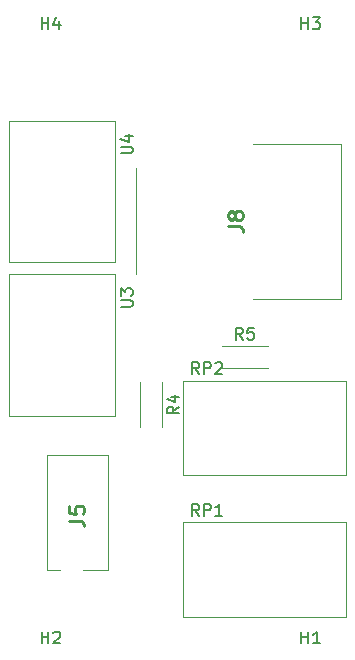
<source format=gbr>
%TF.GenerationSoftware,KiCad,Pcbnew,(5.1.6-0-10_14)*%
%TF.CreationDate,2020-08-18T03:36:25-05:00*%
%TF.ProjectId,Remote,52656d6f-7465-42e6-9b69-6361645f7063,rev?*%
%TF.SameCoordinates,Original*%
%TF.FileFunction,Legend,Top*%
%TF.FilePolarity,Positive*%
%FSLAX46Y46*%
G04 Gerber Fmt 4.6, Leading zero omitted, Abs format (unit mm)*
G04 Created by KiCad (PCBNEW (5.1.6-0-10_14)) date 2020-08-18 03:36:25*
%MOMM*%
%LPD*%
G01*
G04 APERTURE LIST*
%ADD10C,0.120000*%
%ADD11C,0.100000*%
%ADD12C,0.150000*%
%ADD13C,0.254000*%
G04 APERTURE END LIST*
D10*
%TO.C,U4*%
X122536000Y-102052000D02*
X131536000Y-102052000D01*
X122536000Y-114052000D02*
X122536000Y-102052000D01*
X131536000Y-114052000D02*
X122536000Y-114052000D01*
X131536000Y-102052000D02*
X131536000Y-114052000D01*
%TO.C,U3*%
X122536000Y-115052000D02*
X131536000Y-115052000D01*
X122536000Y-127052000D02*
X122536000Y-115052000D01*
X131536000Y-127052000D02*
X122536000Y-127052000D01*
X131536000Y-115052000D02*
X131536000Y-127052000D01*
%TO.C,RP2*%
X137286000Y-132052000D02*
X137536000Y-132052000D01*
X137286000Y-124052000D02*
X137286000Y-132052000D01*
X151036000Y-132052000D02*
X137536000Y-132052000D01*
X151036000Y-124052000D02*
X151036000Y-132052000D01*
X137286000Y-124052000D02*
X151036000Y-124052000D01*
%TO.C,RP1*%
X137286000Y-144052000D02*
X137536000Y-144052000D01*
X137286000Y-136052000D02*
X137286000Y-144052000D01*
X151036000Y-144052000D02*
X137536000Y-144052000D01*
X151036000Y-136052000D02*
X151036000Y-144052000D01*
X137286000Y-136052000D02*
X151036000Y-136052000D01*
D11*
%TO.C,J8*%
X133246000Y-115052000D02*
X133246000Y-106052000D01*
X150646000Y-103982000D02*
X143146000Y-103982000D01*
X150646000Y-117122000D02*
X150646000Y-103982000D01*
X143146000Y-117122000D02*
X150646000Y-117122000D01*
%TO.C,J5*%
X130906000Y-140077000D02*
X128806000Y-140077000D01*
X130906000Y-130377000D02*
X130906000Y-140077000D01*
X125706000Y-130377000D02*
X130906000Y-130377000D01*
X125706000Y-140077000D02*
X125706000Y-130377000D01*
X125806000Y-140077000D02*
X125706000Y-140077000D01*
X126806000Y-140077000D02*
X125806000Y-140077000D01*
D10*
%TO.C,R5*%
X140576000Y-121132000D02*
X144416000Y-121132000D01*
X140576000Y-122972000D02*
X144416000Y-122972000D01*
%TO.C,R4*%
X135456000Y-124172000D02*
X135456000Y-128012000D01*
X133616000Y-124172000D02*
X133616000Y-128012000D01*
%TO.C,U4*%
D12*
X131988380Y-104813904D02*
X132797904Y-104813904D01*
X132893142Y-104766285D01*
X132940761Y-104718666D01*
X132988380Y-104623428D01*
X132988380Y-104432952D01*
X132940761Y-104337714D01*
X132893142Y-104290095D01*
X132797904Y-104242476D01*
X131988380Y-104242476D01*
X132321714Y-103337714D02*
X132988380Y-103337714D01*
X131940761Y-103575809D02*
X132655047Y-103813904D01*
X132655047Y-103194857D01*
%TO.C,H4*%
X125274095Y-94304380D02*
X125274095Y-93304380D01*
X125274095Y-93780571D02*
X125845523Y-93780571D01*
X125845523Y-94304380D02*
X125845523Y-93304380D01*
X126750285Y-93637714D02*
X126750285Y-94304380D01*
X126512190Y-93256761D02*
X126274095Y-93971047D01*
X126893142Y-93971047D01*
%TO.C,H3*%
X147274095Y-94304380D02*
X147274095Y-93304380D01*
X147274095Y-93780571D02*
X147845523Y-93780571D01*
X147845523Y-94304380D02*
X147845523Y-93304380D01*
X148226476Y-93304380D02*
X148845523Y-93304380D01*
X148512190Y-93685333D01*
X148655047Y-93685333D01*
X148750285Y-93732952D01*
X148797904Y-93780571D01*
X148845523Y-93875809D01*
X148845523Y-94113904D01*
X148797904Y-94209142D01*
X148750285Y-94256761D01*
X148655047Y-94304380D01*
X148369333Y-94304380D01*
X148274095Y-94256761D01*
X148226476Y-94209142D01*
%TO.C,H2*%
X125274095Y-146304380D02*
X125274095Y-145304380D01*
X125274095Y-145780571D02*
X125845523Y-145780571D01*
X125845523Y-146304380D02*
X125845523Y-145304380D01*
X126274095Y-145399619D02*
X126321714Y-145352000D01*
X126416952Y-145304380D01*
X126655047Y-145304380D01*
X126750285Y-145352000D01*
X126797904Y-145399619D01*
X126845523Y-145494857D01*
X126845523Y-145590095D01*
X126797904Y-145732952D01*
X126226476Y-146304380D01*
X126845523Y-146304380D01*
%TO.C,H1*%
X147274095Y-146304380D02*
X147274095Y-145304380D01*
X147274095Y-145780571D02*
X147845523Y-145780571D01*
X147845523Y-146304380D02*
X147845523Y-145304380D01*
X148845523Y-146304380D02*
X148274095Y-146304380D01*
X148559809Y-146304380D02*
X148559809Y-145304380D01*
X148464571Y-145447238D01*
X148369333Y-145542476D01*
X148274095Y-145590095D01*
%TO.C,U3*%
X131988380Y-117813904D02*
X132797904Y-117813904D01*
X132893142Y-117766285D01*
X132940761Y-117718666D01*
X132988380Y-117623428D01*
X132988380Y-117432952D01*
X132940761Y-117337714D01*
X132893142Y-117290095D01*
X132797904Y-117242476D01*
X131988380Y-117242476D01*
X131988380Y-116861523D02*
X131988380Y-116242476D01*
X132369333Y-116575809D01*
X132369333Y-116432952D01*
X132416952Y-116337714D01*
X132464571Y-116290095D01*
X132559809Y-116242476D01*
X132797904Y-116242476D01*
X132893142Y-116290095D01*
X132940761Y-116337714D01*
X132988380Y-116432952D01*
X132988380Y-116718666D01*
X132940761Y-116813904D01*
X132893142Y-116861523D01*
%TO.C,RP2*%
X138619333Y-123504380D02*
X138286000Y-123028190D01*
X138047904Y-123504380D02*
X138047904Y-122504380D01*
X138428857Y-122504380D01*
X138524095Y-122552000D01*
X138571714Y-122599619D01*
X138619333Y-122694857D01*
X138619333Y-122837714D01*
X138571714Y-122932952D01*
X138524095Y-122980571D01*
X138428857Y-123028190D01*
X138047904Y-123028190D01*
X139047904Y-123504380D02*
X139047904Y-122504380D01*
X139428857Y-122504380D01*
X139524095Y-122552000D01*
X139571714Y-122599619D01*
X139619333Y-122694857D01*
X139619333Y-122837714D01*
X139571714Y-122932952D01*
X139524095Y-122980571D01*
X139428857Y-123028190D01*
X139047904Y-123028190D01*
X140000285Y-122599619D02*
X140047904Y-122552000D01*
X140143142Y-122504380D01*
X140381238Y-122504380D01*
X140476476Y-122552000D01*
X140524095Y-122599619D01*
X140571714Y-122694857D01*
X140571714Y-122790095D01*
X140524095Y-122932952D01*
X139952666Y-123504380D01*
X140571714Y-123504380D01*
%TO.C,RP1*%
X138619333Y-135504380D02*
X138286000Y-135028190D01*
X138047904Y-135504380D02*
X138047904Y-134504380D01*
X138428857Y-134504380D01*
X138524095Y-134552000D01*
X138571714Y-134599619D01*
X138619333Y-134694857D01*
X138619333Y-134837714D01*
X138571714Y-134932952D01*
X138524095Y-134980571D01*
X138428857Y-135028190D01*
X138047904Y-135028190D01*
X139047904Y-135504380D02*
X139047904Y-134504380D01*
X139428857Y-134504380D01*
X139524095Y-134552000D01*
X139571714Y-134599619D01*
X139619333Y-134694857D01*
X139619333Y-134837714D01*
X139571714Y-134932952D01*
X139524095Y-134980571D01*
X139428857Y-135028190D01*
X139047904Y-135028190D01*
X140571714Y-135504380D02*
X140000285Y-135504380D01*
X140286000Y-135504380D02*
X140286000Y-134504380D01*
X140190761Y-134647238D01*
X140095523Y-134742476D01*
X140000285Y-134790095D01*
%TO.C,J8*%
D13*
X141078523Y-110975333D02*
X141985666Y-110975333D01*
X142167095Y-111035809D01*
X142288047Y-111156761D01*
X142348523Y-111338190D01*
X142348523Y-111459142D01*
X141622809Y-110189142D02*
X141562333Y-110310095D01*
X141501857Y-110370571D01*
X141380904Y-110431047D01*
X141320428Y-110431047D01*
X141199476Y-110370571D01*
X141139000Y-110310095D01*
X141078523Y-110189142D01*
X141078523Y-109947238D01*
X141139000Y-109826285D01*
X141199476Y-109765809D01*
X141320428Y-109705333D01*
X141380904Y-109705333D01*
X141501857Y-109765809D01*
X141562333Y-109826285D01*
X141622809Y-109947238D01*
X141622809Y-110189142D01*
X141683285Y-110310095D01*
X141743761Y-110370571D01*
X141864714Y-110431047D01*
X142106619Y-110431047D01*
X142227571Y-110370571D01*
X142288047Y-110310095D01*
X142348523Y-110189142D01*
X142348523Y-109947238D01*
X142288047Y-109826285D01*
X142227571Y-109765809D01*
X142106619Y-109705333D01*
X141864714Y-109705333D01*
X141743761Y-109765809D01*
X141683285Y-109826285D01*
X141622809Y-109947238D01*
%TO.C,J5*%
X127610523Y-135900333D02*
X128517666Y-135900333D01*
X128699095Y-135960809D01*
X128820047Y-136081761D01*
X128880523Y-136263190D01*
X128880523Y-136384142D01*
X127610523Y-134690809D02*
X127610523Y-135295571D01*
X128215285Y-135356047D01*
X128154809Y-135295571D01*
X128094333Y-135174619D01*
X128094333Y-134872238D01*
X128154809Y-134751285D01*
X128215285Y-134690809D01*
X128336238Y-134630333D01*
X128638619Y-134630333D01*
X128759571Y-134690809D01*
X128820047Y-134751285D01*
X128880523Y-134872238D01*
X128880523Y-135174619D01*
X128820047Y-135295571D01*
X128759571Y-135356047D01*
%TO.C,R5*%
D12*
X142329333Y-120584380D02*
X141996000Y-120108190D01*
X141757904Y-120584380D02*
X141757904Y-119584380D01*
X142138857Y-119584380D01*
X142234095Y-119632000D01*
X142281714Y-119679619D01*
X142329333Y-119774857D01*
X142329333Y-119917714D01*
X142281714Y-120012952D01*
X142234095Y-120060571D01*
X142138857Y-120108190D01*
X141757904Y-120108190D01*
X143234095Y-119584380D02*
X142757904Y-119584380D01*
X142710285Y-120060571D01*
X142757904Y-120012952D01*
X142853142Y-119965333D01*
X143091238Y-119965333D01*
X143186476Y-120012952D01*
X143234095Y-120060571D01*
X143281714Y-120155809D01*
X143281714Y-120393904D01*
X143234095Y-120489142D01*
X143186476Y-120536761D01*
X143091238Y-120584380D01*
X142853142Y-120584380D01*
X142757904Y-120536761D01*
X142710285Y-120489142D01*
%TO.C,R4*%
X136908380Y-126258666D02*
X136432190Y-126592000D01*
X136908380Y-126830095D02*
X135908380Y-126830095D01*
X135908380Y-126449142D01*
X135956000Y-126353904D01*
X136003619Y-126306285D01*
X136098857Y-126258666D01*
X136241714Y-126258666D01*
X136336952Y-126306285D01*
X136384571Y-126353904D01*
X136432190Y-126449142D01*
X136432190Y-126830095D01*
X136241714Y-125401523D02*
X136908380Y-125401523D01*
X135860761Y-125639619D02*
X136575047Y-125877714D01*
X136575047Y-125258666D01*
%TD*%
M02*

</source>
